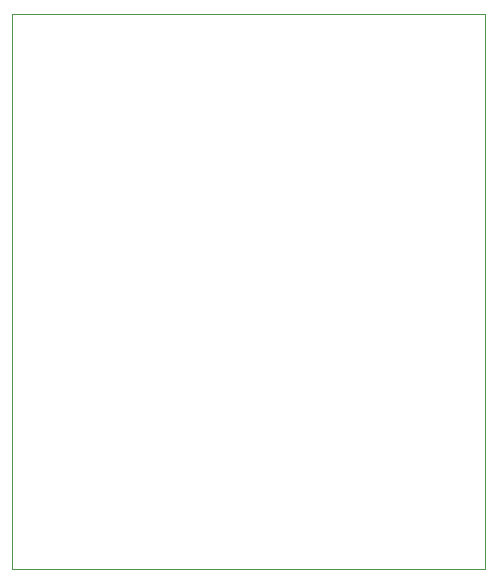
<source format=gbr>
G04 #@! TF.GenerationSoftware,KiCad,Pcbnew,5.1.5-1.fc30*
G04 #@! TF.CreationDate,2020-12-14T14:28:47-06:00*
G04 #@! TF.ProjectId,auxiliary_power,61757869-6c69-4617-9279-5f706f776572,rev?*
G04 #@! TF.SameCoordinates,Original*
G04 #@! TF.FileFunction,Profile,NP*
%FSLAX46Y46*%
G04 Gerber Fmt 4.6, Leading zero omitted, Abs format (unit mm)*
G04 Created by KiCad (PCBNEW 5.1.5-1.fc30) date 2020-12-14 14:28:47*
%MOMM*%
%LPD*%
G04 APERTURE LIST*
%ADD10C,0.050000*%
G04 APERTURE END LIST*
D10*
X88265000Y-71120000D02*
X95250000Y-71120000D01*
X88265000Y-118110000D02*
X88265000Y-71120000D01*
X128270000Y-118110000D02*
X88265000Y-118110000D01*
X128270000Y-98425000D02*
X128270000Y-118110000D01*
X128270000Y-71120000D02*
X128270000Y-98425000D01*
X95250000Y-71120000D02*
X128270000Y-71120000D01*
M02*

</source>
